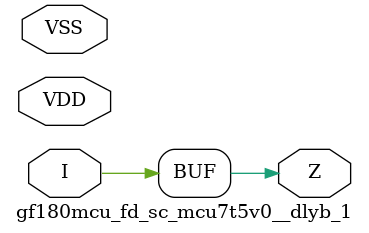
<source format=v>

module gf180mcu_fd_sc_mcu7t5v0__dlyb_1( I, Z, VDD, VSS );
input I;
inout VDD, VSS;
output Z;

	buf MGM_BG_0( Z, I );

endmodule

</source>
